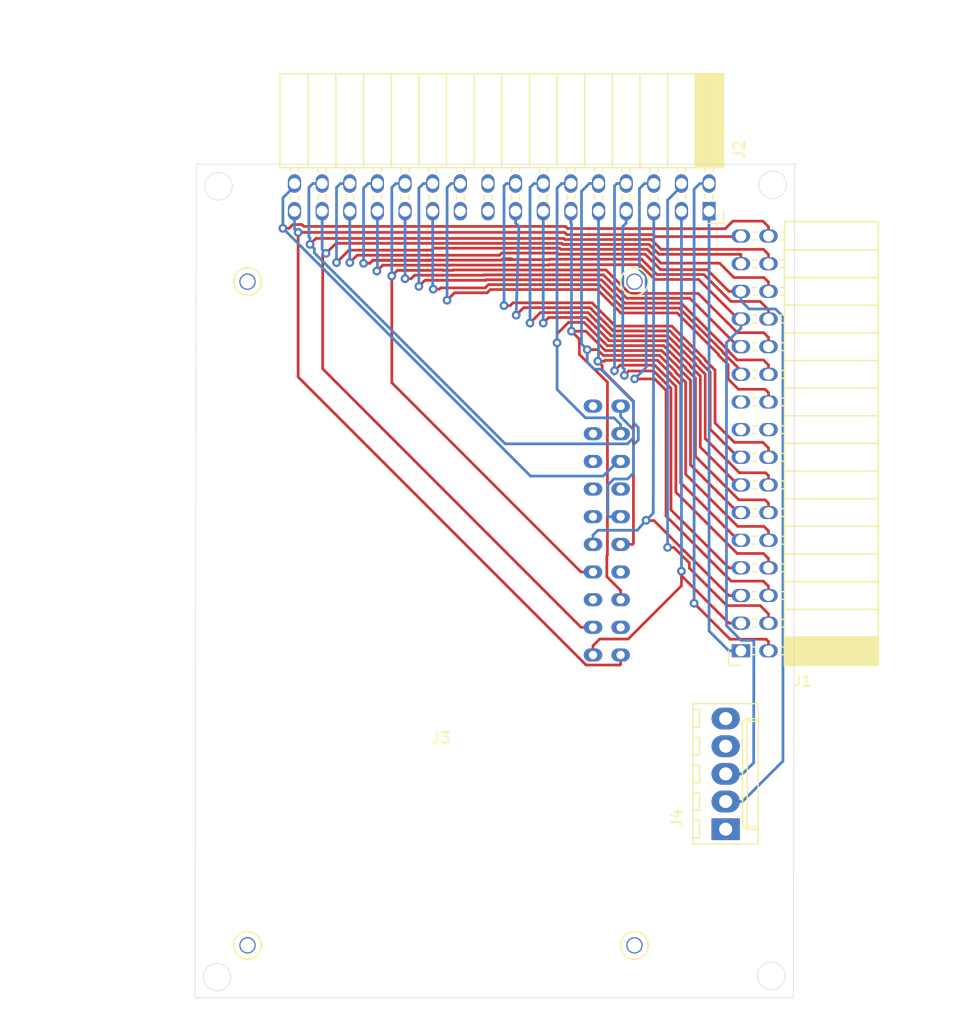
<source format=kicad_pcb>
(kicad_pcb (version 20171130) (host pcbnew "(5.1.5)-3")
  (layers (0 F.Cu mixed) (1 In1.Cu signal) (2 In2.Cu signal) (31 B.Cu mixed) (34 B.Paste user) (35 F.Paste user) (36 B.SilkS user) (37 F.SilkS user) (38 B.Mask user) (39 F.Mask user) (44 Edge.Cuts user))
  (net 0 "")
  (net 1 /RST)
  (net 2 /TXD)
  (net 3 /SVP)
  (net 4 /RXD)
  (net 5 /IO26)
  (net 6 /SCL)
  (net 7 /IO18)
  (net 8 /SDA)
  (net 9 /IO19)
  (net 10 /IO17)
  (net 11 /IO23)
  (net 12 /IO16)
  (net 13 /IO05)
  (net 14 /GND)
  (net 15 /3.3V)
  (net 16 /5V)
  (net 17 /TCK)
  (net 18 /TD0)
  (net 19 /NC1)
  (net 20 /IO27)
  (net 21 /SVN)
  (net 22 /IO25)
  (net 23 /IO35)
  (net 24 /IO32)
  (net 25 /IO33)
  (net 26 /TDI)
  (net 27 /IO34)
  (net 28 /IO04)
  (net 29 /TMS)
  (net 30 /IO00)
  (net 31 /NC2)
  (net 32 /IO02)
  (module in2tech:ttgo+display (layer F.Cu) (at 136.144 113.411)
    (fp_text reference J3 (at 0 11.43) (layer F.SilkS))
    (fp_text value Conn_02x10_Odd_Even)
    (pad 21 thru_hole oval (at 17.78 30.48) (size 1.5 1.5) (drill 1.27) (layers *.Cu *.Mask))
    (pad 21 thru_hole oval (at -17.78 30.48) (size 1.5 1.5) (drill 1.27) (layers *.Cu *.Mask))
    (pad 21 thru_hole oval (at -17.78 -30.48) (size 1.5 1.5) (drill 1.27) (layers *.Cu *.Mask))
    (pad 21 thru_hole oval (at 17.78 -30.48) (size 1.5 1.5) (drill 1.27) (layers *.Cu *.Mask))
    (pad 20 thru_hole oval (at 16.51 -19.05) (size 1.7 1.2) (drill 0.762) (layers *.Cu *.Mask) (net 3 /SVP))
    (pad 19 thru_hole oval (at 16.51 -16.51) (size 1.7 1.2) (drill 0.762) (layers *.Cu *.Mask) (net 21 /SVN))
    (pad 18 thru_hole oval (at 16.51 -13.97) (size 1.7 1.2) (drill 0.762) (layers *.Cu *.Mask) (net 1 /RST))
    (pad 17 thru_hole oval (at 16.51 -11.43) (size 1.7 1.2) (drill 0.762) (layers *.Cu *.Mask) (net 27 /IO34))
    (pad 16 thru_hole oval (at 16.51 -8.89) (size 1.7 1.2) (drill 0.762) (layers *.Cu *.Mask) (net 23 /IO35))
    (pad 15 thru_hole oval (at 16.51 -6.35) (size 1.7 1.2) (drill 0.762) (layers *.Cu *.Mask) (net 24 /IO32))
    (pad 14 thru_hole oval (at 16.51 -3.81) (size 1.7 1.2) (drill 0.762) (layers *.Cu *.Mask) (net 25 /IO33))
    (pad 13 thru_hole oval (at 16.51 -1.27) (size 1.7 1.2) (drill 0.762) (layers *.Cu *.Mask) (net 22 /IO25))
    (pad 12 thru_hole oval (at 16.51 1.27) (size 1.7 1.2) (drill 0.762) (layers *.Cu *.Mask) (net 14 /GND))
    (pad 11 thru_hole oval (at 16.51 3.81) (size 1.7 1.2) (drill 0.762) (layers *.Cu *.Mask) (net 2 /TXD))
    (pad 10 thru_hole oval (at 13.97 3.81) (size 1.7 1.2) (drill 0.762) (layers *.Cu *.Mask) (net 30 /IO00))
    (pad 9 thru_hole oval (at 13.97 1.27) (size 1.7 1.2) (drill 0.762) (layers *.Cu *.Mask) (net 4 /RXD))
    (pad 8 thru_hole oval (at 13.97 -1.27) (size 1.7 1.2) (drill 0.762) (layers *.Cu *.Mask) (net 14 /GND))
    (pad 7 thru_hole oval (at 13.97 -3.81) (size 1.7 1.2) (drill 0.762) (layers *.Cu *.Mask) (net 9 /IO19))
    (pad 6 thru_hole oval (at 13.97 -6.35) (size 1.7 1.2) (drill 0.762) (layers *.Cu *.Mask) (net 28 /IO04))
    (pad 5 thru_hole oval (at 13.97 -8.89) (size 1.7 1.2) (drill 0.762) (layers *.Cu *.Mask) (net 15 /3.3V))
    (pad 4 thru_hole oval (at 13.97 -11.43) (size 1.7 1.2) (drill 0.762) (layers *.Cu *.Mask))
    (pad 3 thru_hole oval (at 13.97 -13.97) (size 1.7 1.2) (drill 0.762) (layers *.Cu *.Mask) (net 14 /GND))
    (pad 2 thru_hole oval (at 13.97 -16.51) (size 1.7 1.2) (drill 0.762) (layers *.Cu *.Mask))
    (pad 1 thru_hole oval (at 13.97 -19.05) (size 1.7 1.2) (drill 0.762) (layers *.Cu *.Mask) (net 16 /5V))
  )
  (module Connectors_Molex:Molex_KK-6410-05_05x2.54mm_Straight (layer F.Cu) (at 162.306 133.223 90)
    (fp_text reference J4 (at 1 -4.5 90) (layer F.SilkS))
    (fp_text value Conn_01x05)
    (pad 1 thru_hole rect (at 0 0 90) (size 2 2.6) (drill 1.2) (layers *.Cu *.Mask) (net 15 /3.3V))
    (pad 2 thru_hole oval (at 2.54 0 90) (size 2 2.6) (drill 1.2) (layers *.Cu *.Mask) (net 6 /SCL))
    (pad 3 thru_hole oval (at 5.08 0 90) (size 2 2.6) (drill 1.2) (layers *.Cu *.Mask) (net 8 /SDA))
    (pad 4 thru_hole oval (at 7.62 0 90) (size 2 2.6) (drill 1.2) (layers *.Cu *.Mask) (net 16 /5V))
    (pad 5 thru_hole oval (at 10.16 0 90) (size 2 2.6) (drill 1.2) (layers *.Cu *.Mask) (net 14 /GND))
  )
  (module in2tech:PinSocket_2x16_P2.54mm_Horizontal_oval (layer F.Cu) (at 160.782 76.454 270)
    (fp_text reference J2 (at -5.65 -2.77 90) (layer F.SilkS))
    (fp_text value Conn_02x16_Odd_Even)
    (pad 32 thru_hole oval (at -2.54 38.1 270) (size 1.7 1.2) (drill 1) (layers *.Cu *.Mask) (net 1 /RST))
    (pad 31 thru_hole oval (at 0 38.1 270) (size 1.7 1.2) (drill 1) (layers *.Cu *.Mask) (net 2 /TXD))
    (pad 30 thru_hole oval (at -2.54 35.56 270) (size 1.7 1.2) (drill 1) (layers *.Cu *.Mask) (net 3 /SVP))
    (pad 29 thru_hole oval (at 0 35.56 270) (size 1.7 1.2) (drill 1) (layers *.Cu *.Mask) (net 4 /RXD))
    (pad 28 thru_hole oval (at -2.54 33.02 270) (size 1.7 1.2) (drill 1) (layers *.Cu *.Mask) (net 5 /IO26))
    (pad 27 thru_hole oval (at 0 33.02 270) (size 1.7 1.2) (drill 1) (layers *.Cu *.Mask) (net 6 /SCL))
    (pad 26 thru_hole oval (at -2.54 30.48 270) (size 1.7 1.2) (drill 1) (layers *.Cu *.Mask) (net 7 /IO18))
    (pad 25 thru_hole oval (at 0 30.48 270) (size 1.7 1.2) (drill 1) (layers *.Cu *.Mask) (net 8 /SDA))
    (pad 24 thru_hole oval (at -2.54 27.94 270) (size 1.7 1.2) (drill 1) (layers *.Cu *.Mask) (net 9 /IO19))
    (pad 23 thru_hole oval (at 0 27.94 270) (size 1.7 1.2) (drill 1) (layers *.Cu *.Mask) (net 10 /IO17))
    (pad 22 thru_hole oval (at -2.54 25.4 270) (size 1.7 1.2) (drill 1) (layers *.Cu *.Mask) (net 11 /IO23))
    (pad 21 thru_hole oval (at 0 25.4 270) (size 1.7 1.2) (drill 1) (layers *.Cu *.Mask) (net 12 /IO16))
    (pad 20 thru_hole oval (at -2.54 22.86 270) (size 1.7 1.2) (drill 1) (layers *.Cu *.Mask) (net 13 /IO05))
    (pad 19 thru_hole oval (at 0 22.86 270) (size 1.7 1.2) (drill 1) (layers *.Cu *.Mask) (net 14 /GND))
    (pad 18 thru_hole oval (at -2.54 20.32 270) (size 1.7 1.2) (drill 1) (layers *.Cu *.Mask) (net 15 /3.3V))
    (pad 17 thru_hole oval (at 0 20.32 270) (size 1.7 1.2) (drill 1) (layers *.Cu *.Mask) (net 16 /5V))
    (pad 16 thru_hole oval (at -2.54 17.78 270) (size 1.7 1.2) (drill 1) (layers *.Cu *.Mask) (net 17 /TCK))
    (pad 15 thru_hole oval (at 0 17.78 270) (size 1.7 1.2) (drill 1) (layers *.Cu *.Mask) (net 18 /TD0))
    (pad 14 thru_hole oval (at -2.54 15.24 270) (size 1.7 1.2) (drill 1) (layers *.Cu *.Mask) (net 19 /NC1))
    (pad 13 thru_hole oval (at 0 15.24 270) (size 1.7 1.2) (drill 1) (layers *.Cu *.Mask) (net 20 /IO27))
    (pad 12 thru_hole oval (at -2.54 12.7 270) (size 1.7 1.2) (drill 1) (layers *.Cu *.Mask) (net 21 /SVN))
    (pad 11 thru_hole oval (at 0 12.7 270) (size 1.7 1.2) (drill 1) (layers *.Cu *.Mask) (net 22 /IO25))
    (pad 10 thru_hole oval (at -2.54 10.16 270) (size 1.7 1.2) (drill 1) (layers *.Cu *.Mask) (net 23 /IO35))
    (pad 9 thru_hole oval (at 0 10.16 270) (size 1.7 1.2) (drill 1) (layers *.Cu *.Mask) (net 24 /IO32))
    (pad 8 thru_hole oval (at -2.54 7.62 270) (size 1.7 1.2) (drill 1) (layers *.Cu *.Mask) (net 25 /IO33))
    (pad 7 thru_hole oval (at 0 7.62 270) (size 1.7 1.2) (drill 1) (layers *.Cu *.Mask) (net 26 /TDI))
    (pad 6 thru_hole oval (at -2.54 5.08 270) (size 1.7 1.2) (drill 1) (layers *.Cu *.Mask) (net 27 /IO34))
    (pad 5 thru_hole oval (at 0 5.08 270) (size 1.7 1.2) (drill 1) (layers *.Cu *.Mask) (net 28 /IO04))
    (pad 4 thru_hole oval (at -2.54 2.54 270) (size 1.7 1.2) (drill 1) (layers *.Cu *.Mask) (net 29 /TMS))
    (pad 3 thru_hole oval (at 0 2.54 270) (size 1.7 1.2) (drill 1) (layers *.Cu *.Mask) (net 30 /IO00))
    (pad 2 thru_hole oval (at -2.54 0 270) (size 1.7 1.2) (drill 1) (layers *.Cu *.Mask) (net 31 /NC2))
    (pad 1 thru_hole rect (at 0 0 270) (size 1.7 1.2) (drill 1) (layers *.Cu *.Mask) (net 32 /IO02))
  )
  (module in2tech:PinSocket_2x16_P2.54mm_Horizontal_oval (layer F.Cu) (at 163.703 116.84 180)
    (fp_text reference J1 (at -5.65 -2.77) (layer F.SilkS))
    (fp_text value Conn_02x16_Odd_Even)
    (pad 32 thru_hole oval (at -2.54 38.1 180) (size 1.7 1.2) (drill 1) (layers *.Cu *.Mask) (net 1 /RST))
    (pad 31 thru_hole oval (at 0 38.1 180) (size 1.7 1.2) (drill 1) (layers *.Cu *.Mask) (net 2 /TXD))
    (pad 30 thru_hole oval (at -2.54 35.56 180) (size 1.7 1.2) (drill 1) (layers *.Cu *.Mask) (net 3 /SVP))
    (pad 29 thru_hole oval (at 0 35.56 180) (size 1.7 1.2) (drill 1) (layers *.Cu *.Mask) (net 4 /RXD))
    (pad 28 thru_hole oval (at -2.54 33.02 180) (size 1.7 1.2) (drill 1) (layers *.Cu *.Mask) (net 5 /IO26))
    (pad 27 thru_hole oval (at 0 33.02 180) (size 1.7 1.2) (drill 1) (layers *.Cu *.Mask) (net 6 /SCL))
    (pad 26 thru_hole oval (at -2.54 30.48 180) (size 1.7 1.2) (drill 1) (layers *.Cu *.Mask) (net 7 /IO18))
    (pad 25 thru_hole oval (at 0 30.48 180) (size 1.7 1.2) (drill 1) (layers *.Cu *.Mask) (net 8 /SDA))
    (pad 24 thru_hole oval (at -2.54 27.94 180) (size 1.7 1.2) (drill 1) (layers *.Cu *.Mask) (net 9 /IO19))
    (pad 23 thru_hole oval (at 0 27.94 180) (size 1.7 1.2) (drill 1) (layers *.Cu *.Mask) (net 10 /IO17))
    (pad 22 thru_hole oval (at -2.54 25.4 180) (size 1.7 1.2) (drill 1) (layers *.Cu *.Mask) (net 11 /IO23))
    (pad 21 thru_hole oval (at 0 25.4 180) (size 1.7 1.2) (drill 1) (layers *.Cu *.Mask) (net 12 /IO16))
    (pad 20 thru_hole oval (at -2.54 22.86 180) (size 1.7 1.2) (drill 1) (layers *.Cu *.Mask) (net 13 /IO05))
    (pad 19 thru_hole oval (at 0 22.86 180) (size 1.7 1.2) (drill 1) (layers *.Cu *.Mask) (net 14 /GND))
    (pad 18 thru_hole oval (at -2.54 20.32 180) (size 1.7 1.2) (drill 1) (layers *.Cu *.Mask) (net 15 /3.3V))
    (pad 17 thru_hole oval (at 0 20.32 180) (size 1.7 1.2) (drill 1) (layers *.Cu *.Mask) (net 16 /5V))
    (pad 16 thru_hole oval (at -2.54 17.78 180) (size 1.7 1.2) (drill 1) (layers *.Cu *.Mask) (net 17 /TCK))
    (pad 15 thru_hole oval (at 0 17.78 180) (size 1.7 1.2) (drill 1) (layers *.Cu *.Mask) (net 18 /TD0))
    (pad 14 thru_hole oval (at -2.54 15.24 180) (size 1.7 1.2) (drill 1) (layers *.Cu *.Mask) (net 19 /NC1))
    (pad 13 thru_hole oval (at 0 15.24 180) (size 1.7 1.2) (drill 1) (layers *.Cu *.Mask) (net 20 /IO27))
    (pad 12 thru_hole oval (at -2.54 12.7 180) (size 1.7 1.2) (drill 1) (layers *.Cu *.Mask) (net 21 /SVN))
    (pad 11 thru_hole oval (at 0 12.7 180) (size 1.7 1.2) (drill 1) (layers *.Cu *.Mask) (net 22 /IO25))
    (pad 10 thru_hole oval (at -2.54 10.16 180) (size 1.7 1.2) (drill 1) (layers *.Cu *.Mask) (net 23 /IO35))
    (pad 9 thru_hole oval (at 0 10.16 180) (size 1.7 1.2) (drill 1) (layers *.Cu *.Mask) (net 24 /IO32))
    (pad 8 thru_hole oval (at -2.54 7.62 180) (size 1.7 1.2) (drill 1) (layers *.Cu *.Mask) (net 25 /IO33))
    (pad 7 thru_hole oval (at 0 7.62 180) (size 1.7 1.2) (drill 1) (layers *.Cu *.Mask) (net 26 /TDI))
    (pad 6 thru_hole oval (at -2.54 5.08 180) (size 1.7 1.2) (drill 1) (layers *.Cu *.Mask) (net 27 /IO34))
    (pad 5 thru_hole oval (at 0 5.08 180) (size 1.7 1.2) (drill 1) (layers *.Cu *.Mask) (net 28 /IO04))
    (pad 4 thru_hole oval (at -2.54 2.54 180) (size 1.7 1.2) (drill 1) (layers *.Cu *.Mask) (net 29 /TMS))
    (pad 3 thru_hole oval (at 0 2.54 180) (size 1.7 1.2) (drill 1) (layers *.Cu *.Mask) (net 30 /IO00))
    (pad 2 thru_hole oval (at -2.54 0 180) (size 1.7 1.2) (drill 1) (layers *.Cu *.Mask) (net 31 /NC2))
    (pad 1 thru_hole rect (at 0 0 180) (size 1.7 1.2) (drill 1) (layers *.Cu *.Mask) (net 32 /IO02))
  )
  (gr_circle (center 166.497 146.685) (end 165.227 146.685) (layer Edge.Cuts) (width 0.05))
  (gr_circle (center 115.57 146.812) (end 114.3 146.812) (layer Edge.Cuts) (width 0.05))
  (gr_circle (center 166.624 74.041) (end 165.354 74.041) (layer Edge.Cuts) (width 0.05))
  (gr_circle (center 115.697 74.168) (end 114.427 74.168) (layer Edge.Cuts) (width 0.05))
  (gr_line (start 113.538 148.717) (end 168.529 148.717) (layer Edge.Cuts) (width 0.05))
  (gr_line (start 168.529 148.717) (end 168.656 72.136) (layer Edge.Cuts) (width 0.05))
  (gr_line (start 113.665 72.136) (end 113.538 148.717) (layer Edge.Cuts) (width 0.05))
  (gr_line (start 168.656 72.136) (end 113.665 72.136) (layer Edge.Cuts) (width 0.05))
  (via (at 121.6152 78.0288) (size 0.8) (drill 0.4) (layers F.Cu B.Cu) (net 1))
  (segment (start 121.6152 77.463115) (end 121.6152 78.0288) (width 0.25) (layer B.Cu) (net 1))
  (segment (start 121.6152 75.2308) (end 121.6152 77.463115) (width 0.25) (layer B.Cu) (net 1))
  (segment (start 122.682 74.164) (end 121.6152 75.2308) (width 0.25) (layer B.Cu) (net 1))
  (segment (start 122.682 73.914) (end 122.682 74.164) (width 0.25) (layer B.Cu) (net 1))
  (segment (start 152.404 99.441) (end 151.0578 100.7872) (width 0.25) (layer B.Cu) (net 1))
  (segment (start 152.654 99.441) (end 152.404 99.441) (width 0.25) (layer B.Cu) (net 1))
  (segment (start 144.3736 100.7872) (end 121.6152 78.0288) (width 0.25) (layer B.Cu) (net 1))
  (segment (start 151.0578 100.7872) (end 144.3736 100.7872) (width 0.25) (layer B.Cu) (net 1))
  (segment (start 122.180885 78.0288) (end 122.529547 77.680138) (width 0.25) (layer F.Cu) (net 1))
  (segment (start 147.592401 77.853881) (end 147.790338 78.051818) (width 0.25) (layer F.Cu) (net 1))
  (segment (start 162.9664 77.3684) (end 165.7214 77.3684) (width 0.25) (layer F.Cu) (net 1))
  (segment (start 147.790338 78.051818) (end 162.269 78.0658) (width 0.25) (layer F.Cu) (net 1))
  (segment (start 165.7214 77.3684) (end 166.243 77.89) (width 0.25) (layer F.Cu) (net 1))
  (segment (start 162.269 78.0658) (end 162.9664 77.3684) (width 0.25) (layer F.Cu) (net 1))
  (segment (start 166.243 77.89) (end 166.243 78.74) (width 0.25) (layer F.Cu) (net 1))
  (segment (start 123.538605 77.853881) (end 147.592401 77.853881) (width 0.25) (layer F.Cu) (net 1))
  (segment (start 123.364862 77.680138) (end 123.538605 77.853881) (width 0.25) (layer F.Cu) (net 1))
  (segment (start 121.6152 78.0288) (end 122.180885 78.0288) (width 0.25) (layer F.Cu) (net 1))
  (segment (start 122.529547 77.680138) (end 123.364862 77.680138) (width 0.25) (layer F.Cu) (net 1))
  (segment (start 152.654 117.221) (end 152.654 118.071) (width 0.25) (layer F.Cu) (net 2))
  (via (at 123.01686 78.40514) (size 0.8) (drill 0.4) (layers F.Cu B.Cu) (net 2))
  (segment (start 147.507249 78.40514) (end 123.582545 78.40514) (width 0.25) (layer F.Cu) (net 2))
  (segment (start 122.682 78.07028) (end 123.01686 78.40514) (width 0.25) (layer B.Cu) (net 2))
  (segment (start 155.647571 78.608692) (end 147.710801 78.608692) (width 0.25) (layer F.Cu) (net 2))
  (segment (start 147.710801 78.608692) (end 147.507249 78.40514) (width 0.25) (layer F.Cu) (net 2))
  (segment (start 123.01686 78.970825) (end 123.01686 78.40514) (width 0.25) (layer F.Cu) (net 2))
  (segment (start 152.57899 118.14601) (end 149.480849 118.14601) (width 0.25) (layer F.Cu) (net 2))
  (segment (start 123.01686 91.682021) (end 123.01686 78.970825) (width 0.25) (layer F.Cu) (net 2))
  (segment (start 123.582545 78.40514) (end 123.01686 78.40514) (width 0.25) (layer F.Cu) (net 2))
  (segment (start 149.480849 118.14601) (end 123.01686 91.682021) (width 0.25) (layer F.Cu) (net 2))
  (segment (start 152.654 118.071) (end 152.57899 118.14601) (width 0.25) (layer F.Cu) (net 2))
  (segment (start 155.829679 78.7908) (end 155.647571 78.608692) (width 0.25) (layer F.Cu) (net 2))
  (segment (start 163.6522 78.7908) (end 155.829679 78.7908) (width 0.25) (layer F.Cu) (net 2))
  (segment (start 122.682 76.454) (end 122.682 78.07028) (width 0.25) (layer B.Cu) (net 2))
  (via (at 124.10906 79.49734) (size 0.8) (drill 0.4) (layers F.Cu B.Cu) (net 3))
  (segment (start 156.361668 79.9592) (end 155.461171 79.058703) (width 0.25) (layer F.Cu) (net 3))
  (segment (start 124.0028 78.825395) (end 124.10906 78.931655) (width 0.25) (layer B.Cu) (net 3))
  (segment (start 147.524401 79.058703) (end 147.422801 78.957103) (width 0.25) (layer F.Cu) (net 3))
  (segment (start 125.222 73.914) (end 124.372 73.914) (width 0.25) (layer B.Cu) (net 3))
  (segment (start 124.372 73.914) (end 124.0028 74.2832) (width 0.25) (layer B.Cu) (net 3))
  (segment (start 124.0028 74.2832) (end 124.0028 78.825395) (width 0.25) (layer B.Cu) (net 3))
  (segment (start 124.509059 80.286249) (end 124.509059 79.897339) (width 0.25) (layer B.Cu) (net 3))
  (segment (start 124.509059 79.097341) (end 124.10906 79.49734) (width 0.25) (layer F.Cu) (net 3))
  (segment (start 142.04882 97.82601) (end 124.509059 80.286249) (width 0.25) (layer B.Cu) (net 3))
  (segment (start 165.7722 79.9592) (end 156.361668 79.9592) (width 0.25) (layer F.Cu) (net 3))
  (segment (start 124.509059 79.897339) (end 124.10906 79.49734) (width 0.25) (layer B.Cu) (net 3))
  (segment (start 152.654 94.361) (end 152.654 95.342839) (width 0.25) (layer B.Cu) (net 3))
  (segment (start 124.649297 78.957103) (end 124.509059 79.097341) (width 0.25) (layer F.Cu) (net 3))
  (segment (start 153.287151 97.82601) (end 142.04882 97.82601) (width 0.25) (layer B.Cu) (net 3))
  (segment (start 153.82901 97.284151) (end 153.287151 97.82601) (width 0.25) (layer B.Cu) (net 3))
  (segment (start 153.82901 96.517849) (end 153.82901 97.284151) (width 0.25) (layer B.Cu) (net 3))
  (segment (start 152.654 95.342839) (end 153.82901 96.517849) (width 0.25) (layer B.Cu) (net 3))
  (segment (start 147.422801 78.957103) (end 124.649297 78.957103) (width 0.25) (layer F.Cu) (net 3))
  (segment (start 155.461171 79.058703) (end 147.524401 79.058703) (width 0.25) (layer F.Cu) (net 3))
  (segment (start 166.243 80.43) (end 165.7722 79.9592) (width 0.25) (layer F.Cu) (net 3))
  (segment (start 166.243 81.28) (end 166.243 80.43) (width 0.25) (layer F.Cu) (net 3))
  (segment (start 124.10906 78.931655) (end 124.10906 79.49734) (width 0.25) (layer B.Cu) (net 3))
  (via (at 125.576731 80.328602) (size 0.8) (drill 0.4) (layers F.Cu B.Cu) (net 4))
  (segment (start 150.114 114.681) (end 149.014 114.681) (width 0.25) (layer F.Cu) (net 4))
  (segment (start 147.236401 79.407114) (end 126.498219 79.407114) (width 0.25) (layer F.Cu) (net 4))
  (segment (start 147.338001 79.508714) (end 147.236401 79.407114) (width 0.25) (layer F.Cu) (net 4))
  (segment (start 149.014 114.681) (end 125.2728 90.9398) (width 0.25) (layer F.Cu) (net 4))
  (segment (start 125.2728 90.9398) (end 125.2728 80.3656) (width 0.25) (layer F.Cu) (net 4))
  (segment (start 125.222 79.973871) (end 125.576731 80.328602) (width 0.25) (layer B.Cu) (net 4))
  (segment (start 163.703 80.43) (end 163.6894 80.4164) (width 0.25) (layer F.Cu) (net 4))
  (segment (start 156.182457 80.4164) (end 155.274771 79.508714) (width 0.25) (layer F.Cu) (net 4))
  (segment (start 126.498219 79.407114) (end 125.97673 79.928603) (width 0.25) (layer F.Cu) (net 4))
  (segment (start 163.703 81.28) (end 163.703 80.43) (width 0.25) (layer F.Cu) (net 4))
  (segment (start 125.97673 79.928603) (end 125.576731 80.328602) (width 0.25) (layer F.Cu) (net 4))
  (segment (start 125.222 76.454) (end 125.222 79.973871) (width 0.25) (layer B.Cu) (net 4))
  (segment (start 163.6894 80.4164) (end 156.182457 80.4164) (width 0.25) (layer F.Cu) (net 4))
  (segment (start 155.274771 79.508714) (end 147.338001 79.508714) (width 0.25) (layer F.Cu) (net 4))
  (segment (start 125.2728 80.3656) (end 125.309798 80.328602) (width 0.25) (layer F.Cu) (net 4))
  (segment (start 125.309798 80.328602) (end 125.576731 80.328602) (width 0.25) (layer F.Cu) (net 4))
  (via (at 126.5428 81.1784) (size 0.8) (drill 0.4) (layers F.Cu B.Cu) (net 5))
  (segment (start 165.823 82.55) (end 163.06941 82.55) (width 0.25) (layer F.Cu) (net 5))
  (segment (start 156.358846 81.2292) (end 155.088371 79.958725) (width 0.25) (layer F.Cu) (net 5))
  (segment (start 166.243 83.82) (end 166.243 82.97) (width 0.25) (layer F.Cu) (net 5))
  (segment (start 127.682444 80.038756) (end 126.942799 80.778401) (width 0.25) (layer F.Cu) (net 5))
  (segment (start 147.151601 79.958725) (end 147.050001 79.857125) (width 0.25) (layer F.Cu) (net 5))
  (segment (start 155.088371 79.958725) (end 147.151601 79.958725) (width 0.25) (layer F.Cu) (net 5))
  (segment (start 147.050001 79.857125) (end 135.457265 79.857125) (width 0.25) (layer F.Cu) (net 5))
  (segment (start 163.06941 82.55) (end 161.74861 81.2292) (width 0.25) (layer F.Cu) (net 5))
  (segment (start 166.243 82.97) (end 165.823 82.55) (width 0.25) (layer F.Cu) (net 5))
  (segment (start 161.74861 81.2292) (end 156.358846 81.2292) (width 0.25) (layer F.Cu) (net 5))
  (segment (start 135.275634 80.038756) (end 127.682444 80.038756) (width 0.25) (layer F.Cu) (net 5))
  (segment (start 126.942799 80.778401) (end 126.5428 81.1784) (width 0.25) (layer F.Cu) (net 5))
  (segment (start 135.457265 79.857125) (end 135.275634 80.038756) (width 0.25) (layer F.Cu) (net 5))
  (segment (start 126.5428 80.612715) (end 126.5428 81.1784) (width 0.25) (layer B.Cu) (net 5))
  (segment (start 126.5428 74.2832) (end 126.5428 80.612715) (width 0.25) (layer B.Cu) (net 5))
  (segment (start 126.912 73.914) (end 126.5428 74.2832) (width 0.25) (layer B.Cu) (net 5))
  (segment (start 127.762 73.914) (end 126.912 73.914) (width 0.25) (layer B.Cu) (net 5))
  (segment (start 127.762 81.1784) (end 127.8128 81.2292) (width 0.25) (layer B.Cu) (net 6))
  (segment (start 127.762 76.454) (end 127.762 81.1784) (width 0.25) (layer B.Cu) (net 6))
  (via (at 127.762 81.1784) (size 0.8) (drill 0.4) (layers F.Cu B.Cu) (net 6))
  (segment (start 156.319114 81.825879) (end 160.608879 81.825879) (width 0.25) (layer F.Cu) (net 6))
  (segment (start 141.713816 80.307136) (end 146.863601 80.307136) (width 0.25) (layer F.Cu) (net 6))
  (segment (start 127.762 81.1784) (end 128.437253 80.503147) (width 0.25) (layer F.Cu) (net 6))
  (segment (start 128.437253 80.503147) (end 141.517805 80.503147) (width 0.25) (layer F.Cu) (net 6))
  (segment (start 162.603 83.82) (end 163.703 83.82) (width 0.25) (layer F.Cu) (net 6))
  (segment (start 146.965201 80.408736) (end 154.901971 80.408736) (width 0.25) (layer F.Cu) (net 6))
  (segment (start 141.517805 80.503147) (end 141.713816 80.307136) (width 0.25) (layer F.Cu) (net 6))
  (segment (start 160.608879 81.825879) (end 162.603 83.82) (width 0.25) (layer F.Cu) (net 6))
  (segment (start 154.901971 80.408736) (end 156.319114 81.825879) (width 0.25) (layer F.Cu) (net 6))
  (segment (start 146.863601 80.307136) (end 146.965201 80.408736) (width 0.25) (layer F.Cu) (net 6))
  (segment (start 167.56801 126.97099) (end 163.856 130.683) (width 0.25) (layer B.Cu) (net 6))
  (segment (start 167.56801 86.126849) (end 167.56801 126.97099) (width 0.25) (layer B.Cu) (net 6))
  (segment (start 166.876151 85.43499) (end 167.56801 86.126849) (width 0.25) (layer B.Cu) (net 6))
  (segment (start 163.856 130.683) (end 162.306 130.683) (width 0.25) (layer B.Cu) (net 6))
  (segment (start 164.46799 85.43499) (end 166.876151 85.43499) (width 0.25) (layer B.Cu) (net 6))
  (segment (start 163.703 84.67) (end 164.46799 85.43499) (width 0.25) (layer B.Cu) (net 6))
  (segment (start 163.703 83.82) (end 163.703 84.67) (width 0.25) (layer B.Cu) (net 6))
  (via (at 129.032 81.24301) (size 0.8) (drill 0.4) (layers F.Cu B.Cu) (net 7))
  (segment (start 129.597685 81.24301) (end 129.032 81.24301) (width 0.25) (layer F.Cu) (net 7))
  (segment (start 129.872684 80.968011) (end 129.597685 81.24301) (width 0.25) (layer F.Cu) (net 7))
  (segment (start 135.144399 80.953158) (end 135.129547 80.96801) (width 0.25) (layer F.Cu) (net 7))
  (segment (start 135.129547 80.96801) (end 129.872685 80.96801) (width 0.25) (layer F.Cu) (net 7))
  (segment (start 135.129547 80.96801) (end 129.872684 80.968011) (width 0.25) (layer F.Cu) (net 7))
  (segment (start 129.872685 80.96801) (end 129.597685 81.24301) (width 0.25) (layer F.Cu) (net 7))
  (segment (start 141.834563 80.8228) (end 141.704205 80.953158) (width 0.25) (layer F.Cu) (net 7))
  (segment (start 142.6464 80.8228) (end 141.834563 80.8228) (width 0.25) (layer F.Cu) (net 7))
  (segment (start 141.704205 80.953158) (end 135.144399 80.953158) (width 0.25) (layer F.Cu) (net 7))
  (segment (start 129.452 73.914) (end 130.302 73.914) (width 0.25) (layer B.Cu) (net 7))
  (segment (start 129.032 74.334) (end 129.452 73.914) (width 0.25) (layer B.Cu) (net 7))
  (segment (start 129.032 81.24301) (end 129.032 74.334) (width 0.25) (layer B.Cu) (net 7))
  (segment (start 141.753071 80.904292) (end 141.704205 80.953158) (width 0.25) (layer F.Cu) (net 7))
  (segment (start 162.772847 84.74501) (end 160.303728 82.27589) (width 0.25) (layer F.Cu) (net 7))
  (segment (start 155.985726 82.27589) (end 154.580094 80.870257) (width 0.25) (layer F.Cu) (net 7))
  (segment (start 160.303728 82.27589) (end 155.985726 82.27589) (width 0.25) (layer F.Cu) (net 7))
  (segment (start 146.144136 80.870257) (end 146.110101 80.904292) (width 0.25) (layer F.Cu) (net 7))
  (segment (start 165.47801 84.74501) (end 162.772847 84.74501) (width 0.25) (layer F.Cu) (net 7))
  (segment (start 146.110101 80.904292) (end 141.753071 80.904292) (width 0.25) (layer F.Cu) (net 7))
  (segment (start 166.243 86.36) (end 166.243 85.51) (width 0.25) (layer F.Cu) (net 7))
  (segment (start 166.243 85.51) (end 165.47801 84.74501) (width 0.25) (layer F.Cu) (net 7))
  (segment (start 154.580094 80.870257) (end 146.144136 80.870257) (width 0.25) (layer F.Cu) (net 7))
  (via (at 130.2512 81.95421) (size 0.8) (drill 0.4) (layers F.Cu B.Cu) (net 8))
  (segment (start 135.330799 81.403169) (end 135.315947 81.418021) (width 0.25) (layer F.Cu) (net 8))
  (segment (start 136.449201 81.403169) (end 135.330799 81.403169) (width 0.25) (layer F.Cu) (net 8))
  (segment (start 136.974 81.418021) (end 136.464053 81.418021) (width 0.25) (layer F.Cu) (net 8))
  (segment (start 130.651199 81.554211) (end 130.2512 81.95421) (width 0.25) (layer F.Cu) (net 8))
  (segment (start 135.315947 81.418021) (end 130.787389 81.418021) (width 0.25) (layer F.Cu) (net 8))
  (segment (start 130.787389 81.418021) (end 130.651199 81.554211) (width 0.25) (layer F.Cu) (net 8))
  (segment (start 136.464053 81.418021) (end 136.449201 81.403169) (width 0.25) (layer F.Cu) (net 8))
  (segment (start 130.302 81.90341) (end 130.2512 81.95421) (width 0.25) (layer B.Cu) (net 8))
  (segment (start 130.302 76.454) (end 130.302 81.90341) (width 0.25) (layer B.Cu) (net 8))
  (segment (start 163.703 86.36) (end 163.453 86.36) (width 0.25) (layer F.Cu) (net 8))
  (segment (start 146.042501 81.405103) (end 136.98692 81.405103) (width 0.25) (layer F.Cu) (net 8))
  (segment (start 146.076536 81.371068) (end 146.042501 81.405103) (width 0.25) (layer F.Cu) (net 8))
  (segment (start 155.799327 82.725901) (end 154.444494 81.371068) (width 0.25) (layer F.Cu) (net 8))
  (segment (start 159.818901 82.725901) (end 155.799327 82.725901) (width 0.25) (layer F.Cu) (net 8))
  (segment (start 154.444494 81.371068) (end 146.076536 81.371068) (width 0.25) (layer F.Cu) (net 8))
  (segment (start 163.453 86.36) (end 159.818901 82.725901) (width 0.25) (layer F.Cu) (net 8))
  (segment (start 136.98692 81.405103) (end 136.974001 81.418022) (width 0.25) (layer F.Cu) (net 8))
  (segment (start 163.856 128.143) (end 162.306 128.143) (width 0.25) (layer B.Cu) (net 8))
  (segment (start 164.87801 127.12099) (end 163.856 128.143) (width 0.25) (layer B.Cu) (net 8))
  (segment (start 162.37799 114.533151) (end 163.719639 115.8748) (width 0.25) (layer B.Cu) (net 8))
  (segment (start 163.719639 115.8748) (end 164.8968 115.8748) (width 0.25) (layer B.Cu) (net 8))
  (segment (start 162.37799 88.53501) (end 162.37799 114.533151) (width 0.25) (layer B.Cu) (net 8))
  (segment (start 163.703 87.21) (end 162.37799 88.53501) (width 0.25) (layer B.Cu) (net 8))
  (segment (start 163.703 86.36) (end 163.703 87.21) (width 0.25) (layer B.Cu) (net 8))
  (segment (start 164.8968 115.8748) (end 164.87801 127.12099) (width 0.25) (layer B.Cu) (net 8))
  (via (at 131.6228 82.40422) (size 0.8) (drill 0.4) (layers F.Cu B.Cu) (net 9))
  (segment (start 132.13742 81.8896) (end 132.022799 82.004221) (width 0.25) (layer F.Cu) (net 9))
  (segment (start 137.2616 81.8896) (end 136.35002 81.889599) (width 0.25) (layer F.Cu) (net 9))
  (segment (start 135.517199 81.85318) (end 135.48078 81.889599) (width 0.25) (layer F.Cu) (net 9))
  (segment (start 135.48078 81.889599) (end 132.13742 81.8896) (width 0.25) (layer F.Cu) (net 9))
  (segment (start 136.35002 81.889599) (end 136.313601 81.85318) (width 0.25) (layer F.Cu) (net 9))
  (segment (start 136.313601 81.85318) (end 135.517199 81.85318) (width 0.25) (layer F.Cu) (net 9))
  (segment (start 132.022799 82.004221) (end 131.6228 82.40422) (width 0.25) (layer F.Cu) (net 9))
  (segment (start 131.992 73.914) (end 132.842 73.914) (width 0.25) (layer B.Cu) (net 9))
  (segment (start 131.6228 74.2832) (end 131.992 73.914) (width 0.25) (layer B.Cu) (net 9))
  (segment (start 131.6228 82.40422) (end 131.6228 74.2832) (width 0.25) (layer B.Cu) (net 9))
  (segment (start 166.243 88.9) (end 166.243 88.05) (width 0.25) (layer F.Cu) (net 9))
  (segment (start 159.77465 84.006001) (end 153.460417 84.006001) (width 0.25) (layer F.Cu) (net 9))
  (segment (start 166.243 88.05) (end 165.810072 87.617072) (width 0.25) (layer F.Cu) (net 9))
  (segment (start 163.385721 87.617072) (end 159.77465 84.006001) (width 0.25) (layer F.Cu) (net 9))
  (segment (start 137.272097 81.855114) (end 137.259178 81.868033) (width 0.25) (layer F.Cu) (net 9))
  (segment (start 151.30953 81.855114) (end 137.272097 81.855114) (width 0.25) (layer F.Cu) (net 9))
  (segment (start 165.810072 87.617072) (end 163.385721 87.617072) (width 0.25) (layer F.Cu) (net 9))
  (segment (start 153.460417 84.006001) (end 151.30953 81.855114) (width 0.25) (layer F.Cu) (net 9))
  (segment (start 131.6228 92.2098) (end 131.6228 82.969905) (width 0.25) (layer F.Cu) (net 9))
  (segment (start 149.014 109.601) (end 131.6228 92.2098) (width 0.25) (layer F.Cu) (net 9))
  (segment (start 131.6228 82.969905) (end 131.6228 82.40422) (width 0.25) (layer F.Cu) (net 9))
  (segment (start 150.114 109.601) (end 149.014 109.601) (width 0.25) (layer F.Cu) (net 9))
  (via (at 132.842 82.6516) (size 0.8) (drill 0.4) (layers F.Cu B.Cu) (net 10))
  (segment (start 132.842 76.454) (end 132.842 82.6516) (width 0.25) (layer B.Cu) (net 10))
  (segment (start 163.703 88.9) (end 163.453 88.9) (width 0.25) (layer F.Cu) (net 10))
  (segment (start 133.407685 82.6516) (end 132.842 82.6516) (width 0.25) (layer F.Cu) (net 10))
  (segment (start 163.453 88.9) (end 159.009012 84.456012) (width 0.25) (layer F.Cu) (net 10))
  (segment (start 133.719675 82.33961) (end 133.407685 82.6516) (width 0.25) (layer F.Cu) (net 10))
  (segment (start 140.093386 82.33961) (end 133.719675 82.33961) (width 0.25) (layer F.Cu) (net 10))
  (segment (start 140.127871 82.305125) (end 140.093386 82.33961) (width 0.25) (layer F.Cu) (net 10))
  (segment (start 151.070712 82.305125) (end 140.127871 82.305125) (width 0.25) (layer F.Cu) (net 10))
  (segment (start 153.221599 84.456012) (end 151.070712 82.305125) (width 0.25) (layer F.Cu) (net 10))
  (segment (start 159.009012 84.456012) (end 153.221599 84.456012) (width 0.25) (layer F.Cu) (net 10))
  (via (at 134.112 83.3628) (size 0.8) (drill 0.4) (layers F.Cu B.Cu) (net 11))
  (segment (start 134.532 73.914) (end 135.382 73.914) (width 0.25) (layer B.Cu) (net 11))
  (segment (start 134.112 74.334) (end 134.532 73.914) (width 0.25) (layer B.Cu) (net 11))
  (segment (start 134.112 83.3628) (end 134.112 74.334) (width 0.25) (layer B.Cu) (net 11))
  (segment (start 166.243 90.59) (end 166.243 91.44) (width 0.25) (layer F.Cu) (net 11))
  (segment (start 165.7722 90.1192) (end 166.243 90.59) (width 0.25) (layer F.Cu) (net 11))
  (segment (start 163.364039 90.1192) (end 165.7722 90.1192) (width 0.25) (layer F.Cu) (net 11))
  (segment (start 162.527992 89.283153) (end 163.364039 90.1192) (width 0.25) (layer F.Cu) (net 11))
  (segment (start 162.527992 89.212784) (end 162.527992 89.283153) (width 0.25) (layer F.Cu) (net 11))
  (segment (start 158.221231 84.906023) (end 162.527992 89.212784) (width 0.25) (layer F.Cu) (net 11))
  (segment (start 153.035199 84.906023) (end 158.221231 84.906023) (width 0.25) (layer F.Cu) (net 11))
  (segment (start 150.884312 82.755136) (end 153.035199 84.906023) (width 0.25) (layer F.Cu) (net 11))
  (segment (start 140.314271 82.755136) (end 150.884312 82.755136) (width 0.25) (layer F.Cu) (net 11))
  (segment (start 140.263471 82.805936) (end 140.314271 82.755136) (width 0.25) (layer F.Cu) (net 11))
  (segment (start 134.668864 82.805936) (end 140.263471 82.805936) (width 0.25) (layer F.Cu) (net 11))
  (segment (start 134.112 83.3628) (end 134.668864 82.805936) (width 0.25) (layer F.Cu) (net 11))
  (via (at 135.4328 83.6168) (size 0.8) (drill 0.4) (layers F.Cu B.Cu) (net 12))
  (segment (start 135.382 83.566) (end 135.4328 83.6168) (width 0.25) (layer B.Cu) (net 12))
  (segment (start 135.382 76.454) (end 135.382 83.566) (width 0.25) (layer B.Cu) (net 12))
  (segment (start 135.998485 83.6168) (end 135.4328 83.6168) (width 0.25) (layer F.Cu) (net 12))
  (segment (start 150.697912 83.205147) (end 140.500671 83.205147) (width 0.25) (layer F.Cu) (net 12))
  (segment (start 136.114929 83.500356) (end 135.998485 83.6168) (width 0.25) (layer F.Cu) (net 12))
  (segment (start 140.205463 83.500356) (end 136.114929 83.500356) (width 0.25) (layer F.Cu) (net 12))
  (segment (start 152.848799 85.356034) (end 150.697912 83.205147) (width 0.25) (layer F.Cu) (net 12))
  (segment (start 158.034831 85.356034) (end 152.848799 85.356034) (width 0.25) (layer F.Cu) (net 12))
  (segment (start 162.077981 89.399184) (end 158.034831 85.356034) (width 0.25) (layer F.Cu) (net 12))
  (segment (start 162.077981 89.469553) (end 162.077981 89.399184) (width 0.25) (layer F.Cu) (net 12))
  (segment (start 163.703 91.094572) (end 162.077981 89.469553) (width 0.25) (layer F.Cu) (net 12))
  (segment (start 140.500671 83.205147) (end 140.205463 83.500356) (width 0.25) (layer F.Cu) (net 12))
  (segment (start 163.703 91.44) (end 163.703 91.094572) (width 0.25) (layer F.Cu) (net 12))
  (segment (start 136.7028 74.2832) (end 136.7028 84.6328) (width 0.25) (layer B.Cu) (net 13))
  (via (at 136.7028 84.6328) (size 0.8) (drill 0.4) (layers F.Cu B.Cu) (net 13))
  (segment (start 137.072 73.914) (end 136.7028 74.2832) (width 0.25) (layer B.Cu) (net 13))
  (segment (start 137.922 73.914) (end 137.072 73.914) (width 0.25) (layer B.Cu) (net 13))
  (segment (start 140.687072 83.655158) (end 140.391863 83.950367) (width 0.25) (layer F.Cu) (net 13))
  (segment (start 137.385233 83.950367) (end 137.102799 84.232801) (width 0.25) (layer F.Cu) (net 13))
  (segment (start 137.102799 84.232801) (end 136.7028 84.6328) (width 0.25) (layer F.Cu) (net 13))
  (segment (start 140.391863 83.950367) (end 137.385233 83.950367) (width 0.25) (layer F.Cu) (net 13))
  (segment (start 150.511512 83.655158) (end 140.687072 83.655158) (width 0.25) (layer F.Cu) (net 13))
  (segment (start 152.662399 85.806045) (end 150.511512 83.655158) (width 0.25) (layer F.Cu) (net 13))
  (segment (start 157.848431 85.806045) (end 152.662399 85.806045) (width 0.25) (layer F.Cu) (net 13))
  (segment (start 161.62797 89.585584) (end 157.848431 85.806045) (width 0.25) (layer F.Cu) (net 13))
  (segment (start 161.62797 89.655953) (end 161.62797 89.585584) (width 0.25) (layer F.Cu) (net 13))
  (segment (start 162.52799 90.555972) (end 161.62797 89.655953) (width 0.25) (layer F.Cu) (net 13))
  (segment (start 162.52799 91.86285) (end 162.52799 90.555972) (width 0.25) (layer F.Cu) (net 13))
  (segment (start 163.47674 92.8116) (end 162.52799 91.86285) (width 0.25) (layer F.Cu) (net 13))
  (segment (start 165.9246 92.8116) (end 163.47674 92.8116) (width 0.25) (layer F.Cu) (net 13))
  (segment (start 166.243 93.13) (end 165.9246 92.8116) (width 0.25) (layer F.Cu) (net 13))
  (segment (start 166.243 93.98) (end 166.243 93.13) (width 0.25) (layer F.Cu) (net 13))
  (segment (start 163.453 93.98) (end 163.703 93.98) (width 0.25) (layer F.Cu) (net 14))
  (segment (start 140.6144 76.6064) (end 140.462 76.454) (width 0.25) (layer B.Cu) (net 16))
  (segment (start 163.453 96.52) (end 163.703 96.52) (width 0.25) (layer F.Cu) (net 16))
  (segment (start 142.031233 74.034767) (end 142.152 73.914) (width 0.25) (layer B.Cu) (net 17))
  (segment (start 142.152 73.914) (end 143.002 73.914) (width 0.25) (layer B.Cu) (net 17))
  (segment (start 141.9352 74.1308) (end 141.9352 84.564493) (width 0.25) (layer B.Cu) (net 17))
  (segment (start 141.9352 84.564493) (end 141.9352 85.130178) (width 0.25) (layer B.Cu) (net 17))
  (segment (start 142.152 73.914) (end 141.9352 74.1308) (width 0.25) (layer B.Cu) (net 17))
  (via (at 141.9352 85.130178) (size 0.8) (drill 0.4) (layers F.Cu B.Cu) (net 17))
  (segment (start 165.7214 97.6884) (end 163.101107 97.6884) (width 0.25) (layer F.Cu) (net 17))
  (segment (start 160.427948 90.153017) (end 160.427948 90.082648) (width 0.25) (layer F.Cu) (net 17))
  (segment (start 161.327968 95.915261) (end 161.327968 91.053036) (width 0.25) (layer F.Cu) (net 17))
  (segment (start 152.165335 87.006067) (end 150.031214 84.871945) (width 0.25) (layer F.Cu) (net 17))
  (segment (start 163.101107 97.6884) (end 161.327968 95.915261) (width 0.25) (layer F.Cu) (net 17))
  (segment (start 166.243 98.21) (end 165.7214 97.6884) (width 0.25) (layer F.Cu) (net 17))
  (segment (start 166.243 99.06) (end 166.243 98.21) (width 0.25) (layer F.Cu) (net 17))
  (segment (start 161.327968 91.053036) (end 160.427948 90.153017) (width 0.25) (layer F.Cu) (net 17))
  (segment (start 157.351367 87.006067) (end 152.165335 87.006067) (width 0.25) (layer F.Cu) (net 17))
  (segment (start 142.500885 85.130178) (end 141.9352 85.130178) (width 0.25) (layer F.Cu) (net 17))
  (segment (start 160.427948 90.082648) (end 157.351367 87.006067) (width 0.25) (layer F.Cu) (net 17))
  (segment (start 150.031214 84.871945) (end 142.759118 84.871945) (width 0.25) (layer F.Cu) (net 17))
  (segment (start 142.759118 84.871945) (end 142.500885 85.130178) (width 0.25) (layer F.Cu) (net 17))
  (segment (start 143.002 77.554) (end 143.002 76.454) (width 0.25) (layer B.Cu) (net 18))
  (segment (start 143.3068 77.8588) (end 143.002 77.554) (width 0.25) (layer B.Cu) (net 18))
  (via (at 143.0528 86.0044) (size 0.8) (drill 0.4) (layers F.Cu B.Cu) (net 18))
  (segment (start 143.0528 86.0044) (end 143.3068 77.8588) (width 0.25) (layer B.Cu) (net 18))
  (segment (start 163.703 99.06) (end 163.453 99.06) (width 0.25) (layer F.Cu) (net 18))
  (segment (start 157.164967 87.456078) (end 151.978937 87.456078) (width 0.25) (layer F.Cu) (net 18))
  (segment (start 149.844815 85.321956) (end 143.735244 85.321956) (width 0.25) (layer F.Cu) (net 18))
  (segment (start 143.735244 85.321956) (end 143.452799 85.604401) (width 0.25) (layer F.Cu) (net 18))
  (segment (start 151.978937 87.456078) (end 149.844815 85.321956) (width 0.25) (layer F.Cu) (net 18))
  (segment (start 159.977937 90.339417) (end 159.977937 90.269048) (width 0.25) (layer F.Cu) (net 18))
  (segment (start 163.453 99.06) (end 160.877957 96.484957) (width 0.25) (layer F.Cu) (net 18))
  (segment (start 160.877957 96.484957) (end 160.877957 91.239437) (width 0.25) (layer F.Cu) (net 18))
  (segment (start 159.977937 90.269048) (end 157.164967 87.456078) (width 0.25) (layer F.Cu) (net 18))
  (segment (start 143.452799 85.604401) (end 143.0528 86.0044) (width 0.25) (layer F.Cu) (net 18))
  (segment (start 160.877957 91.239437) (end 159.977937 90.339417) (width 0.25) (layer F.Cu) (net 18))
  (segment (start 144.3228 86.163725) (end 144.3228 86.72941) (width 0.25) (layer B.Cu) (net 19))
  (segment (start 145.542 73.914) (end 144.692 73.914) (width 0.25) (layer B.Cu) (net 19))
  (segment (start 144.3228 74.2832) (end 144.3228 86.163725) (width 0.25) (layer B.Cu) (net 19))
  (segment (start 144.692 73.914) (end 144.3228 74.2832) (width 0.25) (layer B.Cu) (net 19))
  (via (at 144.3228 86.72941) (size 0.8) (drill 0.4) (layers F.Cu B.Cu) (net 19))
  (segment (start 159.527926 90.525817) (end 159.527926 90.455448) (width 0.25) (layer F.Cu) (net 19))
  (segment (start 163.567239 100.4824) (end 160.427946 97.343107) (width 0.25) (layer F.Cu) (net 19))
  (segment (start 149.658416 85.771967) (end 145.280243 85.771967) (width 0.25) (layer F.Cu) (net 19))
  (segment (start 165.9754 100.4824) (end 163.567239 100.4824) (width 0.25) (layer F.Cu) (net 19))
  (segment (start 166.243 100.75) (end 165.9754 100.4824) (width 0.25) (layer F.Cu) (net 19))
  (segment (start 156.978567 87.906089) (end 151.792534 87.906088) (width 0.25) (layer F.Cu) (net 19))
  (segment (start 159.527926 90.455448) (end 156.978567 87.906089) (width 0.25) (layer F.Cu) (net 19))
  (segment (start 160.427946 91.425836) (end 159.527926 90.525817) (width 0.25) (layer F.Cu) (net 19))
  (segment (start 151.792534 87.906088) (end 149.658416 85.771967) (width 0.25) (layer F.Cu) (net 19))
  (segment (start 145.280243 85.771967) (end 144.722799 86.329411) (width 0.25) (layer F.Cu) (net 19))
  (segment (start 160.427946 97.343107) (end 160.427946 91.425836) (width 0.25) (layer F.Cu) (net 19))
  (segment (start 144.722799 86.329411) (end 144.3228 86.72941) (width 0.25) (layer F.Cu) (net 19))
  (segment (start 166.243 101.6) (end 166.243 100.75) (width 0.25) (layer F.Cu) (net 19))
  (via (at 145.542 86.72941) (size 0.8) (drill 0.4) (layers F.Cu B.Cu) (net 20))
  (segment (start 145.542 76.454) (end 145.542 86.72941) (width 0.25) (layer B.Cu) (net 20))
  (segment (start 159.977935 98.124935) (end 159.977935 91.612237) (width 0.25) (layer F.Cu) (net 20))
  (segment (start 163.453 101.6) (end 159.977935 98.124935) (width 0.25) (layer F.Cu) (net 20))
  (segment (start 156.792167 88.3561) (end 151.606132 88.356097) (width 0.25) (layer F.Cu) (net 20))
  (segment (start 146.049432 86.221978) (end 145.941999 86.329411) (width 0.25) (layer F.Cu) (net 20))
  (segment (start 159.077915 90.641848) (end 156.792167 88.3561) (width 0.25) (layer F.Cu) (net 20))
  (segment (start 145.941999 86.329411) (end 145.542 86.72941) (width 0.25) (layer F.Cu) (net 20))
  (segment (start 163.703 101.6) (end 163.453 101.6) (width 0.25) (layer F.Cu) (net 20))
  (segment (start 159.977935 91.612237) (end 159.077915 90.712217) (width 0.25) (layer F.Cu) (net 20))
  (segment (start 151.606132 88.356097) (end 149.472016 86.221978) (width 0.25) (layer F.Cu) (net 20))
  (segment (start 159.077915 90.712217) (end 159.077915 90.641848) (width 0.25) (layer F.Cu) (net 20))
  (segment (start 149.472016 86.221978) (end 146.049432 86.221978) (width 0.25) (layer F.Cu) (net 20))
  (segment (start 146.812 88.5444) (end 146.812 88.5444) (width 0.25) (layer F.Cu) (net 21))
  (via (at 146.812 88.5444) (size 0.8) (drill 0.4) (layers F.Cu B.Cu) (net 21))
  (segment (start 146.812 87.978715) (end 146.812 88.5444) (width 0.25) (layer B.Cu) (net 21))
  (segment (start 146.812 74.334) (end 146.812 87.978715) (width 0.25) (layer B.Cu) (net 21))
  (segment (start 147.232 73.914) (end 146.812 74.334) (width 0.25) (layer B.Cu) (net 21))
  (segment (start 148.082 73.914) (end 147.232 73.914) (width 0.25) (layer B.Cu) (net 21))
  (segment (start 146.812 89.110085) (end 146.812 88.5444) (width 0.25) (layer B.Cu) (net 21))
  (segment (start 149.418717 95.43601) (end 146.812 92.829293) (width 0.25) (layer B.Cu) (net 21))
  (segment (start 152.654 96.051) (end 152.03901 95.43601) (width 0.25) (layer B.Cu) (net 21))
  (segment (start 146.812 92.829293) (end 146.812 89.110085) (width 0.25) (layer B.Cu) (net 21))
  (segment (start 152.03901 95.43601) (end 149.418717 95.43601) (width 0.25) (layer B.Cu) (net 21))
  (segment (start 152.654 96.901) (end 152.654 96.051) (width 0.25) (layer B.Cu) (net 21))
  (segment (start 159.527924 98.983085) (end 159.527924 91.798636) (width 0.25) (layer F.Cu) (net 21))
  (segment (start 165.9246 102.9716) (end 163.516439 102.9716) (width 0.25) (layer F.Cu) (net 21))
  (segment (start 158.627904 90.898617) (end 158.627904 90.828248) (width 0.25) (layer F.Cu) (net 21))
  (segment (start 159.527924 91.798636) (end 158.627904 90.898617) (width 0.25) (layer F.Cu) (net 21))
  (segment (start 163.516439 102.9716) (end 159.527924 98.983085) (width 0.25) (layer F.Cu) (net 21))
  (segment (start 166.243 103.29) (end 165.9246 102.9716) (width 0.25) (layer F.Cu) (net 21))
  (segment (start 146.812 87.978715) (end 146.812 88.5444) (width 0.25) (layer F.Cu) (net 21))
  (segment (start 151.41973 88.806106) (end 149.285616 86.671989) (width 0.25) (layer F.Cu) (net 21))
  (segment (start 156.605762 88.806106) (end 151.41973 88.806106) (width 0.25) (layer F.Cu) (net 21))
  (segment (start 166.243 104.14) (end 166.243 103.29) (width 0.25) (layer F.Cu) (net 21))
  (segment (start 146.812 87.725398) (end 146.812 87.978715) (width 0.25) (layer F.Cu) (net 21))
  (segment (start 147.865409 86.671989) (end 146.812 87.725398) (width 0.25) (layer F.Cu) (net 21))
  (segment (start 149.285616 86.671989) (end 147.865409 86.671989) (width 0.25) (layer F.Cu) (net 21))
  (segment (start 158.627904 90.828248) (end 156.605762 88.806106) (width 0.25) (layer F.Cu) (net 21))
  (segment (start 148.082 77.554) (end 148.1328 77.6048) (width 0.25) (layer B.Cu) (net 22))
  (segment (start 148.082 76.454) (end 148.082 77.554) (width 0.25) (layer B.Cu) (net 22))
  (segment (start 148.1328 77.6048) (end 148.1328 87.4776) (width 0.25) (layer B.Cu) (net 22))
  (via (at 148.1328 87.4776) (size 0.8) (drill 0.4) (layers F.Cu B.Cu) (net 22))
  (segment (start 163.703 104.14) (end 163.453 104.14) (width 0.25) (layer F.Cu) (net 22))
  (segment (start 148.698485 87.4776) (end 148.1328 87.4776) (width 0.25) (layer F.Cu) (net 22))
  (segment (start 149.454813 87.4776) (end 148.698485 87.4776) (width 0.25) (layer F.Cu) (net 22))
  (segment (start 151.233328 89.256115) (end 149.454813 87.4776) (width 0.25) (layer F.Cu) (net 22))
  (segment (start 163.453 104.14) (end 159.077913 99.764913) (width 0.25) (layer F.Cu) (net 22))
  (segment (start 156.41936 89.256115) (end 151.233328 89.256115) (width 0.25) (layer F.Cu) (net 22))
  (segment (start 158.177893 91.014648) (end 156.41936 89.256115) (width 0.25) (layer F.Cu) (net 22))
  (segment (start 159.077913 91.985037) (end 158.177893 91.085017) (width 0.25) (layer F.Cu) (net 22))
  (segment (start 158.177893 91.085017) (end 158.177893 91.014648) (width 0.25) (layer F.Cu) (net 22))
  (segment (start 159.077913 99.764913) (end 159.077913 91.985037) (width 0.25) (layer F.Cu) (net 22))
  (segment (start 148.860259 88.205059) (end 148.1328 87.4776) (width 0.25) (layer F.Cu) (net 22))
  (segment (start 148.860259 89.616431) (end 148.860259 88.205059) (width 0.25) (layer F.Cu) (net 22))
  (segment (start 151.384 110.021) (end 151.384 108.1024) (width 0.25) (layer F.Cu) (net 22))
  (segment (start 152.654 111.291) (end 151.384 110.021) (width 0.25) (layer F.Cu) (net 22))
  (segment (start 152.654 112.141) (end 152.654 111.291) (width 0.25) (layer F.Cu) (net 22))
  (segment (start 151.43901 92.15541) (end 151.384 92.1004) (width 0.25) (layer F.Cu) (net 22))
  (segment (start 151.43901 108.04739) (end 151.43901 92.15541) (width 0.25) (layer F.Cu) (net 22))
  (segment (start 151.384 108.1024) (end 151.43901 108.04739) (width 0.25) (layer F.Cu) (net 22))
  (segment (start 151.384 92.1004) (end 148.860259 89.616431) (width 0.25) (layer F.Cu) (net 22))
  (segment (start 149.4536 89.3064) (end 149.58526 89.17474) (width 0.25) (layer F.Cu) (net 23))
  (segment (start 149.352 89.3064) (end 149.4536 89.3064) (width 0.25) (layer F.Cu) (net 23))
  (via (at 149.58526 89.17474) (size 0.8) (drill 0.4) (layers F.Cu B.Cu) (net 23))
  (segment (start 151.046935 89.706133) (end 150.515542 89.17474) (width 0.25) (layer F.Cu) (net 23))
  (segment (start 150.622 73.914) (end 149.772 73.914) (width 0.25) (layer B.Cu) (net 23))
  (segment (start 157.727882 91.271417) (end 157.727882 91.201048) (width 0.25) (layer F.Cu) (net 23))
  (segment (start 157.727882 91.201048) (end 156.232967 89.706133) (width 0.25) (layer F.Cu) (net 23))
  (segment (start 150.515542 89.17474) (end 150.150945 89.17474) (width 0.25) (layer F.Cu) (net 23))
  (segment (start 163.414839 105.41) (end 158.627902 100.623063) (width 0.25) (layer F.Cu) (net 23))
  (segment (start 150.150945 89.17474) (end 149.58526 89.17474) (width 0.25) (layer F.Cu) (net 23))
  (segment (start 166.243 106.68) (end 166.243 105.83) (width 0.25) (layer F.Cu) (net 23))
  (segment (start 166.243 105.83) (end 165.823 105.41) (width 0.25) (layer F.Cu) (net 23))
  (segment (start 158.627902 100.623063) (end 158.627902 92.171436) (width 0.25) (layer F.Cu) (net 23))
  (segment (start 149.185261 88.774741) (end 149.58526 89.17474) (width 0.25) (layer B.Cu) (net 23))
  (segment (start 149.058261 88.647741) (end 149.185261 88.774741) (width 0.25) (layer B.Cu) (net 23))
  (segment (start 165.823 105.41) (end 163.414839 105.41) (width 0.25) (layer F.Cu) (net 23))
  (segment (start 156.232967 89.706133) (end 151.046935 89.706133) (width 0.25) (layer F.Cu) (net 23))
  (segment (start 149.772 73.914) (end 149.058261 74.627739) (width 0.25) (layer B.Cu) (net 23))
  (segment (start 158.627902 92.171436) (end 157.727882 91.271417) (width 0.25) (layer F.Cu) (net 23))
  (segment (start 149.058261 74.627739) (end 149.058261 88.647741) (width 0.25) (layer B.Cu) (net 23))
  (segment (start 153.82901 97.920561) (end 154.279021 97.470551) (width 0.25) (layer B.Cu) (net 23))
  (segment (start 153.82901 93.977849) (end 150.823039 90.971878) (width 0.25) (layer B.Cu) (net 23))
  (segment (start 151.47899 104.44599) (end 151.47899 101.597849) (width 0.25) (layer B.Cu) (net 23))
  (segment (start 150.823039 90.971878) (end 150.215989 90.971878) (width 0.25) (layer B.Cu) (net 23))
  (segment (start 149.58526 90.341149) (end 149.58526 89.740425) (width 0.25) (layer B.Cu) (net 23))
  (segment (start 150.215989 90.971878) (end 149.58526 90.341149) (width 0.25) (layer B.Cu) (net 23))
  (segment (start 149.58526 89.740425) (end 149.58526 89.17474) (width 0.25) (layer B.Cu) (net 23))
  (segment (start 152.020849 101.05599) (end 153.287151 101.05599) (width 0.25) (layer B.Cu) (net 23))
  (segment (start 151.554 104.521) (end 151.47899 104.44599) (width 0.25) (layer B.Cu) (net 23))
  (segment (start 153.82901 95.881439) (end 153.82901 93.977849) (width 0.25) (layer B.Cu) (net 23))
  (segment (start 154.279021 96.331449) (end 153.82901 95.881439) (width 0.25) (layer B.Cu) (net 23))
  (segment (start 154.279021 97.470551) (end 154.279021 96.331449) (width 0.25) (layer B.Cu) (net 23))
  (segment (start 151.47899 101.597849) (end 152.020849 101.05599) (width 0.25) (layer B.Cu) (net 23))
  (segment (start 152.654 104.521) (end 151.554 104.521) (width 0.25) (layer B.Cu) (net 23))
  (segment (start 153.82901 100.514131) (end 153.82901 97.920561) (width 0.25) (layer B.Cu) (net 23))
  (segment (start 153.287151 101.05599) (end 153.82901 100.514131) (width 0.25) (layer B.Cu) (net 23))
  (segment (start 158.177891 101.404891) (end 158.177891 92.357836) (width 0.25) (layer F.Cu) (net 24))
  (segment (start 157.277871 91.387448) (end 156.046565 90.156143) (width 0.25) (layer F.Cu) (net 24))
  (via (at 150.561211 90.244381) (size 0.8) (drill 0.4) (layers F.Cu B.Cu) (net 24))
  (segment (start 163.453 106.68) (end 158.177891 101.404891) (width 0.25) (layer F.Cu) (net 24))
  (segment (start 151.126896 90.244381) (end 150.561211 90.244381) (width 0.25) (layer F.Cu) (net 24))
  (segment (start 157.277871 91.457817) (end 157.277871 91.387448) (width 0.25) (layer F.Cu) (net 24))
  (segment (start 150.622 90.183592) (end 150.561211 90.244381) (width 0.25) (layer B.Cu) (net 24))
  (segment (start 151.215134 90.156143) (end 151.126896 90.244381) (width 0.25) (layer F.Cu) (net 24))
  (segment (start 156.046565 90.156143) (end 151.215134 90.156143) (width 0.25) (layer F.Cu) (net 24))
  (segment (start 158.177891 92.357836) (end 157.277871 91.457817) (width 0.25) (layer F.Cu) (net 24))
  (segment (start 150.622 76.454) (end 150.622 90.183592) (width 0.25) (layer B.Cu) (net 24))
  (segment (start 163.703 106.68) (end 163.453 106.68) (width 0.25) (layer F.Cu) (net 24))
  (segment (start 153.754 107.061) (end 153.82901 106.98599) (width 0.25) (layer F.Cu) (net 24))
  (segment (start 153.82901 106.98599) (end 153.82901 93.904674) (width 0.25) (layer F.Cu) (net 24))
  (segment (start 150.96121 90.64438) (end 150.561211 90.244381) (width 0.25) (layer F.Cu) (net 24))
  (segment (start 150.96121 91.036874) (end 150.96121 90.64438) (width 0.25) (layer F.Cu) (net 24))
  (segment (start 153.82901 93.904674) (end 150.96121 91.036874) (width 0.25) (layer F.Cu) (net 24))
  (segment (start 152.654 107.061) (end 153.754 107.061) (width 0.25) (layer F.Cu) (net 24))
  (segment (start 152.0444 91.44) (end 152.0444 91.44) (width 0.25) (layer B.Cu) (net 25))
  (segment (start 163.364039 107.8992) (end 157.72788 102.263041) (width 0.25) (layer F.Cu) (net 25))
  (segment (start 152.491547 90.711415) (end 152.091548 91.111414) (width 0.25) (layer F.Cu) (net 25))
  (segment (start 152.596808 90.606154) (end 152.491547 90.711415) (width 0.25) (layer F.Cu) (net 25))
  (via (at 152.091548 91.111414) (size 0.8) (drill 0.4) (layers F.Cu B.Cu) (net 25))
  (segment (start 165.7722 107.8992) (end 163.364039 107.8992) (width 0.25) (layer F.Cu) (net 25))
  (segment (start 152.091548 74.134452) (end 152.091548 90.545729) (width 0.25) (layer B.Cu) (net 25))
  (segment (start 166.243 108.37) (end 165.7722 107.8992) (width 0.25) (layer F.Cu) (net 25))
  (segment (start 152.312 73.914) (end 152.091548 74.134452) (width 0.25) (layer B.Cu) (net 25))
  (segment (start 152.091548 90.545729) (end 152.091548 91.111414) (width 0.25) (layer B.Cu) (net 25))
  (segment (start 157.72788 102.263041) (end 157.72788 92.544236) (width 0.25) (layer F.Cu) (net 25))
  (segment (start 155.789798 90.606154) (end 152.596808 90.606154) (width 0.25) (layer F.Cu) (net 25))
  (segment (start 157.72788 92.544236) (end 155.789798 90.606154) (width 0.25) (layer F.Cu) (net 25))
  (segment (start 166.243 109.22) (end 166.243 108.37) (width 0.25) (layer F.Cu) (net 25))
  (segment (start 153.162 73.914) (end 152.312 73.914) (width 0.25) (layer B.Cu) (net 25))
  (segment (start 155.682882 91.135649) (end 153.398048 91.135649) (width 0.25) (layer F.Cu) (net 26))
  (via (at 152.996285 91.537412) (size 0.8) (drill 0.4) (layers F.Cu B.Cu) (net 26))
  (segment (start 152.848999 77.867001) (end 152.848999 90.824441) (width 0.25) (layer B.Cu) (net 26))
  (segment (start 157.277869 103.894869) (end 157.277869 92.730636) (width 0.25) (layer F.Cu) (net 26))
  (segment (start 152.848999 90.824441) (end 152.996285 90.971727) (width 0.25) (layer B.Cu) (net 26))
  (segment (start 153.396284 91.137413) (end 152.996285 91.537412) (width 0.25) (layer F.Cu) (net 26))
  (segment (start 163.703 109.22) (end 162.603 109.22) (width 0.25) (layer F.Cu) (net 26))
  (segment (start 162.603 109.22) (end 157.277869 103.894869) (width 0.25) (layer F.Cu) (net 26))
  (segment (start 152.996285 90.971727) (end 152.996285 91.537412) (width 0.25) (layer B.Cu) (net 26))
  (segment (start 157.277869 92.730636) (end 155.682882 91.135649) (width 0.25) (layer F.Cu) (net 26))
  (segment (start 153.398048 91.135649) (end 153.396284 91.137413) (width 0.25) (layer F.Cu) (net 26))
  (segment (start 153.162 77.554) (end 152.848999 77.867001) (width 0.25) (layer B.Cu) (net 26))
  (segment (start 153.162 76.454) (end 153.162 77.554) (width 0.25) (layer B.Cu) (net 26))
  (segment (start 154.3812 74.3848) (end 154.3812 81.797198) (width 0.25) (layer B.Cu) (net 27))
  (via (at 153.942616 91.86065) (size 0.8) (drill 0.4) (layers F.Cu B.Cu) (net 27))
  (segment (start 166.243 111.76) (end 166.243 110.91) (width 0.25) (layer F.Cu) (net 27))
  (segment (start 165.7722 110.4392) (end 162.814 110.4392) (width 0.25) (layer F.Cu) (net 27))
  (segment (start 156.827858 92.917036) (end 155.771472 91.86065) (width 0.25) (layer F.Cu) (net 27))
  (segment (start 155.771472 91.86065) (end 154.508301 91.86065) (width 0.25) (layer F.Cu) (net 27))
  (segment (start 154.852 73.914) (end 154.3812 74.3848) (width 0.25) (layer B.Cu) (net 27))
  (segment (start 155.702 73.914) (end 154.852 73.914) (width 0.25) (layer B.Cu) (net 27))
  (segment (start 154.508301 91.86065) (end 153.942616 91.86065) (width 0.25) (layer F.Cu) (net 27))
  (segment (start 166.243 110.91) (end 165.7722 110.4392) (width 0.25) (layer F.Cu) (net 27))
  (segment (start 156.827858 104.453058) (end 156.827858 92.917036) (width 0.25) (layer F.Cu) (net 27))
  (segment (start 162.814 110.4392) (end 156.827858 104.453058) (width 0.25) (layer F.Cu) (net 27))
  (segment (start 154.342615 91.460651) (end 153.942616 91.86065) (width 0.25) (layer B.Cu) (net 27))
  (segment (start 154.999001 90.804265) (end 154.342615 91.460651) (width 0.25) (layer B.Cu) (net 27))
  (segment (start 154.3812 81.797198) (end 154.999001 82.414999) (width 0.25) (layer B.Cu) (net 27))
  (segment (start 154.999001 82.414999) (end 154.999001 90.804265) (width 0.25) (layer B.Cu) (net 27))
  (segment (start 150.114 107.061) (end 150.364 107.061) (width 0.25) (layer B.Cu) (net 28))
  (segment (start 163.703 111.76) (end 162.603 111.76) (width 0.25) (layer F.Cu) (net 28))
  (segment (start 155.702 76.454) (end 155.6512 103.7336) (width 0.25) (layer B.Cu) (net 28))
  (segment (start 155.0201 104.8805) (end 154.9908 104.8512) (width 0.25) (layer F.Cu) (net 28))
  (segment (start 155.7235 104.8805) (end 155.0201 104.8805) (width 0.25) (layer F.Cu) (net 28))
  (segment (start 162.603 111.76) (end 155.7235 104.8805) (width 0.25) (layer F.Cu) (net 28))
  (via (at 154.9908 104.8512) (size 0.8) (drill 0.4) (layers F.Cu B.Cu) (net 28))
  (segment (start 155.6512 104.1908) (end 154.9908 104.8512) (width 0.25) (layer B.Cu) (net 28))
  (segment (start 155.6512 103.7336) (end 155.6512 104.1908) (width 0.25) (layer B.Cu) (net 28))
  (segment (start 150.5594 105.7656) (end 150.114 106.211) (width 0.25) (layer B.Cu) (net 28))
  (segment (start 150.114 106.211) (end 150.114 107.061) (width 0.25) (layer B.Cu) (net 28))
  (segment (start 154.9908 104.8512) (end 154.178 105.7656) (width 0.25) (layer B.Cu) (net 28))
  (segment (start 154.178 105.7656) (end 150.5594 105.7656) (width 0.25) (layer B.Cu) (net 28))
  (segment (start 158.242 74.164) (end 156.972 75.434) (width 0.25) (layer B.Cu) (net 29))
  (segment (start 158.242 73.914) (end 158.242 74.164) (width 0.25) (layer B.Cu) (net 29))
  (via (at 156.972 107.3404) (size 0.8) (drill 0.4) (layers F.Cu B.Cu) (net 29))
  (segment (start 156.972 75.434) (end 156.972 107.3404) (width 0.25) (layer B.Cu) (net 29))
  (segment (start 158.967002 108.769717) (end 157.537685 107.3404) (width 0.25) (layer F.Cu) (net 29))
  (segment (start 157.537685 107.3404) (end 156.972 107.3404) (width 0.25) (layer F.Cu) (net 29))
  (segment (start 165.47801 112.68501) (end 162.41821 112.68501) (width 0.25) (layer F.Cu) (net 29))
  (segment (start 166.243 113.45) (end 165.47801 112.68501) (width 0.25) (layer F.Cu) (net 29))
  (segment (start 158.967002 109.233802) (end 158.967002 108.769717) (width 0.25) (layer F.Cu) (net 29))
  (segment (start 166.243 114.3) (end 166.243 113.45) (width 0.25) (layer F.Cu) (net 29))
  (segment (start 162.41821 112.68501) (end 158.967002 109.233802) (width 0.25) (layer F.Cu) (net 29))
  (segment (start 163.703 114.3) (end 162.603 114.3) (width 0.25) (layer F.Cu) (net 30))
  (via (at 158.242 109.5248) (size 0.8) (drill 0.4) (layers F.Cu B.Cu) (net 30))
  (segment (start 162.603 114.3) (end 158.242 109.939) (width 0.25) (layer F.Cu) (net 30))
  (segment (start 158.242 109.939) (end 158.242 109.5248) (width 0.25) (layer F.Cu) (net 30))
  (segment (start 158.242 109.5248) (end 158.242 76.454) (width 0.25) (layer B.Cu) (net 30))
  (segment (start 153.349283 115.75601) (end 158.242 110.863293) (width 0.25) (layer F.Cu) (net 30))
  (segment (start 150.728991 115.75601) (end 153.349283 115.75601) (width 0.25) (layer F.Cu) (net 30))
  (segment (start 158.242 110.090485) (end 158.242 109.5248) (width 0.25) (layer F.Cu) (net 30))
  (segment (start 150.114 116.371) (end 150.728991 115.75601) (width 0.25) (layer F.Cu) (net 30))
  (segment (start 158.242 110.863293) (end 158.242 110.090485) (width 0.25) (layer F.Cu) (net 30))
  (segment (start 150.114 117.221) (end 150.114 116.371) (width 0.25) (layer F.Cu) (net 30))
  (segment (start 159.805979 112.871199) (end 159.40598 112.4712) (width 0.25) (layer F.Cu) (net 31))
  (segment (start 166.243 115.99) (end 166.0262 115.7732) (width 0.25) (layer F.Cu) (net 31))
  (segment (start 160.782 73.914) (end 159.932 73.914) (width 0.25) (layer B.Cu) (net 31))
  (segment (start 159.40598 74.44002) (end 159.40598 111.905515) (width 0.25) (layer B.Cu) (net 31))
  (segment (start 159.932 73.914) (end 159.40598 74.44002) (width 0.25) (layer B.Cu) (net 31))
  (segment (start 166.243 116.84) (end 166.243 115.99) (width 0.25) (layer F.Cu) (net 31))
  (via (at 159.40598 112.4712) (size 0.8) (drill 0.4) (layers F.Cu B.Cu) (net 31))
  (segment (start 159.40598 111.905515) (end 159.40598 112.4712) (width 0.25) (layer B.Cu) (net 31))
  (segment (start 166.0262 115.7732) (end 162.70798 115.7732) (width 0.25) (layer F.Cu) (net 31))
  (segment (start 162.70798 115.7732) (end 159.805979 112.871199) (width 0.25) (layer F.Cu) (net 31))
  (segment (start 162.603 116.84) (end 163.703 116.84) (width 0.25) (layer B.Cu) (net 32))
  (segment (start 160.782 115.019) (end 162.603 116.84) (width 0.25) (layer B.Cu) (net 32))
  (segment (start 160.782 76.454) (end 160.782 115.019) (width 0.25) (layer B.Cu) (net 32))
)
</source>
